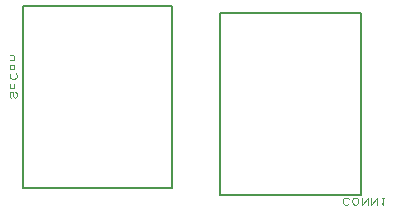
<source format=gbr>
%FSLAX25Y25*%
%MOIN*%
G04 EasyPC Gerber Version 18.0.8 Build 3632 *
%ADD13C,0.00197*%
%ADD10C,0.00500*%
%ADD14C,0.00800*%
X0Y0D02*
D02*
D10*
X111824Y80683D02*
X158872D01*
Y20053*
X111824*
Y80683*
D02*
D13*
X42297Y52297D02*
X41903Y52494D01*
X41706Y52887*
Y53675*
X41903Y54069*
X42297Y54265*
X42691Y54069*
X42887Y53675*
Y52887*
X43084Y52494*
X43478Y52297*
X43872Y52494*
X44069Y52887*
Y53675*
X43872Y54069*
X43478Y54265*
X43084Y57021D02*
X43281Y56628D01*
Y56037*
X43084Y55643*
X42691Y55446*
X42297*
X41903Y55643*
X41706Y56037*
Y56628*
X41903Y57021*
X42100Y60565D02*
X41903Y60368D01*
X41706Y59974*
Y59383*
X41903Y58990*
X42100Y58793*
X42494Y58596*
X43281*
X43675Y58793*
X43872Y58990*
X44069Y59383*
Y59974*
X43872Y60368*
X43675Y60565*
X42297Y61746D02*
X41903Y61943D01*
X41706Y62336*
Y62730*
X41903Y63124*
X42297Y63320*
X42691*
X43084Y63124*
X43281Y62730*
Y62336*
X43084Y61943*
X42691Y61746*
X42297*
X41706Y64895D02*
X43281D01*
X42691D02*
X43084Y65092D01*
X43281Y65486*
Y65880*
X43084Y66273*
X42691Y66470*
X41706*
X154698Y18635D02*
X154502Y18832D01*
X154108Y19029*
X153517*
X153124Y18832*
X152927Y18635*
X152730Y18242*
Y17454*
X152927Y17061*
X153124Y16864*
X153517Y16667*
X154108*
X154502Y16864*
X154698Y17061*
X155880Y18242D02*
Y17454D01*
X156076Y17061*
X156273Y16864*
X156667Y16667*
X157061*
X157454Y16864*
X157651Y17061*
X157848Y17454*
Y18242*
X157651Y18635*
X157454Y18832*
X157061Y19029*
X156667*
X156273Y18832*
X156076Y18635*
X155880Y18242*
X159029Y19029D02*
Y16667D01*
X160998Y19029*
Y16667*
X162179Y19029D02*
Y16667D01*
X164147Y19029*
Y16667*
X165722Y19029D02*
X166509D01*
X166116D02*
Y16667D01*
X165722Y17061*
D02*
D14*
X46073Y22256D02*
Y83044D01*
X95915*
Y22256*
X46073*
X0Y0D02*
M02*

</source>
